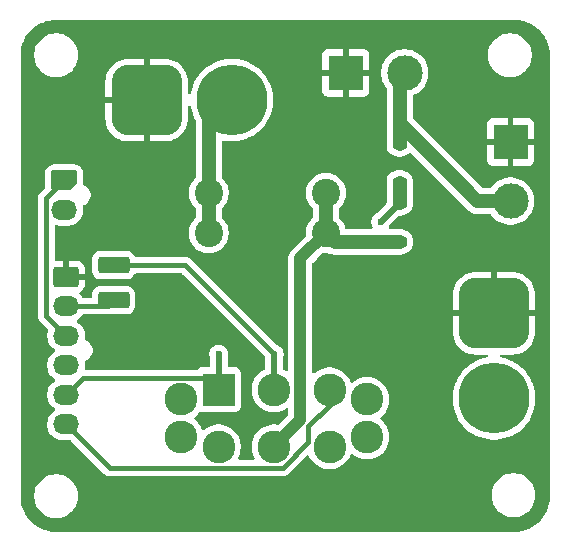
<source format=gbr>
%TF.GenerationSoftware,KiCad,Pcbnew,9.0.0*%
%TF.CreationDate,2025-10-13T23:42:02-05:00*%
%TF.ProjectId,PS-PowerSelectorPCB,50532d50-6f77-4657-9253-656c6563746f,rev?*%
%TF.SameCoordinates,Original*%
%TF.FileFunction,Copper,L2,Bot*%
%TF.FilePolarity,Positive*%
%FSLAX46Y46*%
G04 Gerber Fmt 4.6, Leading zero omitted, Abs format (unit mm)*
G04 Created by KiCad (PCBNEW 9.0.0) date 2025-10-13 23:42:02*
%MOMM*%
%LPD*%
G01*
G04 APERTURE LIST*
G04 Aperture macros list*
%AMRoundRect*
0 Rectangle with rounded corners*
0 $1 Rounding radius*
0 $2 $3 $4 $5 $6 $7 $8 $9 X,Y pos of 4 corners*
0 Add a 4 corners polygon primitive as box body*
4,1,4,$2,$3,$4,$5,$6,$7,$8,$9,$2,$3,0*
0 Add four circle primitives for the rounded corners*
1,1,$1+$1,$2,$3*
1,1,$1+$1,$4,$5*
1,1,$1+$1,$6,$7*
1,1,$1+$1,$8,$9*
0 Add four rect primitives between the rounded corners*
20,1,$1+$1,$2,$3,$4,$5,0*
20,1,$1+$1,$4,$5,$6,$7,0*
20,1,$1+$1,$6,$7,$8,$9,0*
20,1,$1+$1,$8,$9,$2,$3,0*%
%AMFreePoly0*
4,1,22,0.945671,0.830970,1.026777,0.776777,1.080970,0.695671,1.100000,0.600000,1.100000,-0.600000,1.080970,-0.695671,1.026777,-0.776777,0.945671,-0.830970,0.850000,-0.850000,-0.850000,-0.850000,-0.945671,-0.830970,-1.026777,-0.776777,-1.080970,-0.695671,-1.100000,-0.600000,-1.100000,0.200000,-1.080970,0.295671,-1.026777,0.376777,-0.626777,0.776777,-0.545671,0.830970,-0.450000,0.850000,
0.850000,0.850000,0.945671,0.830970,0.945671,0.830970,$1*%
G04 Aperture macros list end*
%TA.AperFunction,ComponentPad*%
%ADD10R,3.000000X3.000000*%
%TD*%
%TA.AperFunction,ComponentPad*%
%ADD11C,3.000000*%
%TD*%
%TA.AperFunction,ComponentPad*%
%ADD12RoundRect,1.500000X-1.500000X1.500000X-1.500000X-1.500000X1.500000X-1.500000X1.500000X1.500000X0*%
%TD*%
%TA.AperFunction,ComponentPad*%
%ADD13C,6.000000*%
%TD*%
%TA.AperFunction,ComponentPad*%
%ADD14RoundRect,1.500000X-1.500000X-1.500000X1.500000X-1.500000X1.500000X1.500000X-1.500000X1.500000X0*%
%TD*%
%TA.AperFunction,ComponentPad*%
%ADD15C,2.400000*%
%TD*%
%TA.AperFunction,ComponentPad*%
%ADD16RoundRect,0.250000X0.850000X0.600000X-0.850000X0.600000X-0.850000X-0.600000X0.850000X-0.600000X0*%
%TD*%
%TA.AperFunction,ComponentPad*%
%ADD17O,2.200000X1.700000*%
%TD*%
%TA.AperFunction,ComponentPad*%
%ADD18FreePoly0,180.000000*%
%TD*%
%TA.AperFunction,ComponentPad*%
%ADD19C,2.775000*%
%TD*%
%TA.AperFunction,ComponentPad*%
%ADD20R,2.775000X2.775000*%
%TD*%
%TA.AperFunction,SMDPad,CuDef*%
%ADD21RoundRect,0.250001X1.074999X-0.462499X1.074999X0.462499X-1.074999X0.462499X-1.074999X-0.462499X0*%
%TD*%
%TA.AperFunction,SMDPad,CuDef*%
%ADD22RoundRect,0.225000X0.375000X-0.225000X0.375000X0.225000X-0.375000X0.225000X-0.375000X-0.225000X0*%
%TD*%
%TA.AperFunction,SMDPad,CuDef*%
%ADD23RoundRect,0.225000X-0.375000X0.225000X-0.375000X-0.225000X0.375000X-0.225000X0.375000X0.225000X0*%
%TD*%
%TA.AperFunction,ViaPad*%
%ADD24C,0.600000*%
%TD*%
%TA.AperFunction,ViaPad*%
%ADD25C,0.900000*%
%TD*%
%TA.AperFunction,Conductor*%
%ADD26C,1.200000*%
%TD*%
%TA.AperFunction,Conductor*%
%ADD27C,0.400000*%
%TD*%
%TA.AperFunction,Conductor*%
%ADD28C,0.500000*%
%TD*%
%TA.AperFunction,Conductor*%
%ADD29C,1.000000*%
%TD*%
G04 APERTURE END LIST*
D10*
%TO.P,J4,1,Pin_1*%
%TO.N,LV-*%
X115900000Y-93600000D03*
D11*
%TO.P,J4,2,Pin_2*%
%TO.N,PS+*%
X115900000Y-98600000D03*
%TD*%
D12*
%TO.P,J3,1,Pin_1*%
%TO.N,LV-*%
X114500000Y-108100000D03*
D13*
%TO.P,J3,2,Pin_2*%
%TO.N,SuppChargerOut+*%
X114500000Y-115300000D03*
%TD*%
%TO.P,J1,2,Pin_2*%
%TO.N,SuppChargerIn+*%
X92300000Y-90050000D03*
D14*
%TO.P,J1,1,Pin_1*%
%TO.N,LV-*%
X85100000Y-90050000D03*
%TD*%
D11*
%TO.P,J2,2,Pin_2*%
%TO.N,PS+*%
X106950000Y-87750000D03*
D10*
%TO.P,J2,1,Pin_1*%
%TO.N,LV-*%
X101950000Y-87750000D03*
%TD*%
D15*
%TO.P,F1,4*%
%TO.N,/SC_Fused*%
X100260000Y-101300000D03*
%TO.P,F1,3*%
%TO.N,SuppChargerIn+*%
X90340000Y-101300000D03*
%TO.P,F1,2*%
%TO.N,/SC_Fused*%
X100260000Y-97900000D03*
%TO.P,F1,1*%
%TO.N,SuppChargerIn+*%
X90340000Y-97900000D03*
%TD*%
D16*
%TO.P,J5,1,Pin_1*%
%TO.N,LV-*%
X78270000Y-105000000D03*
D17*
%TO.P,J5,2,Pin_2*%
%TO.N,/LV_EN_IN*%
X78270000Y-107500000D03*
%TO.P,J5,3,Pin_3*%
%TO.N,/HV_LO+*%
X78270000Y-110000000D03*
%TO.P,J5,4,Pin_4*%
%TO.N,/HV_LO-*%
X78270000Y-112500000D03*
%TO.P,J5,5,Pin_5*%
%TO.N,/LV_EN_SUPP*%
X78270000Y-115000000D03*
%TO.P,J5,6,Pin_6*%
%TO.N,/LV_EN_PS*%
X78270000Y-117500000D03*
%TD*%
D18*
%TO.P,J6,1,Pin_1*%
%TO.N,/HV_LO+*%
X78100000Y-96850000D03*
D17*
%TO.P,J6,2,Pin_2*%
%TO.N,/HV_LO-*%
X78100000Y-99350000D03*
%TD*%
D19*
%TO.P,SW1,*%
%TO.N,*%
X88000000Y-115395000D03*
X88000000Y-118575000D03*
X103750000Y-115395000D03*
X103750000Y-118575000D03*
D20*
%TO.P,SW1,1,A*%
%TO.N,/LV_EN_SUPP*%
X91175000Y-114570000D03*
D19*
%TO.P,SW1,2,B*%
%TO.N,/LV_EN_FUSED*%
X95875000Y-114570000D03*
%TO.P,SW1,3,C*%
%TO.N,/LV_EN_PS*%
X100575000Y-114570000D03*
%TO.P,SW1,4,A*%
%TO.N,unconnected-(SW1B-A-Pad4)*%
X91175000Y-119400000D03*
%TO.P,SW1,5,B*%
%TO.N,/SC_Fused*%
X95875000Y-119400000D03*
%TO.P,SW1,6,C*%
%TO.N,SuppChargerOut+*%
X100575000Y-119400000D03*
%TD*%
D21*
%TO.P,F2,1*%
%TO.N,/LV_EN_IN*%
X82300000Y-106987500D03*
%TO.P,F2,2*%
%TO.N,/LV_EN_FUSED*%
X82300000Y-104012500D03*
%TD*%
D22*
%TO.P,D6,1,K*%
%TO.N,/LED+*%
X106500000Y-97050000D03*
%TO.P,D6,2,A*%
%TO.N,PS+*%
X106500000Y-93750000D03*
%TD*%
D23*
%TO.P,D7,1,K*%
%TO.N,/LED+*%
X106500000Y-98750000D03*
%TO.P,D7,2,A*%
%TO.N,/SC_Fused*%
X106500000Y-102050000D03*
%TD*%
D24*
%TO.N,/LED+*%
X104900000Y-100350000D03*
%TO.N,/LV_EN_FUSED*%
X95900000Y-111550000D03*
D25*
%TO.N,LV-*%
X106900000Y-109525000D03*
X86237500Y-109512500D03*
D24*
%TO.N,/LV_EN_SUPP*%
X91200000Y-111550000D03*
%TD*%
D26*
%TO.N,PS+*%
X106500000Y-93750000D02*
X106500000Y-92000000D01*
X115900000Y-98600000D02*
X113100000Y-98600000D01*
X113100000Y-98600000D02*
X106500000Y-92000000D01*
D27*
%TO.N,/HV_LO+*%
X78100000Y-96850000D02*
X76599000Y-98351000D01*
X76599000Y-98351000D02*
X76599000Y-108329000D01*
X76599000Y-108329000D02*
X78270000Y-110000000D01*
%TO.N,/LV_EN_FUSED*%
X82300000Y-104012500D02*
X88362500Y-104012500D01*
X88362500Y-104012500D02*
X95900000Y-111550000D01*
%TO.N,/LV_EN_PS*%
X78270000Y-117500000D02*
X81958500Y-121188500D01*
X81958500Y-121188500D02*
X96615821Y-121188500D01*
X96615821Y-121188500D02*
X98786500Y-119017821D01*
X98786500Y-117687706D02*
X100575000Y-115899206D01*
X98786500Y-119017821D02*
X98786500Y-117687706D01*
X100575000Y-115899206D02*
X100575000Y-114570000D01*
%TO.N,/LV_EN_SUPP*%
X78270000Y-115000000D02*
X79663500Y-113606500D01*
X79663500Y-113606500D02*
X90211500Y-113606500D01*
X90211500Y-113606500D02*
X91175000Y-114570000D01*
%TO.N,/LV_EN_IN*%
X78270000Y-107500000D02*
X81787500Y-107500000D01*
X81787500Y-107500000D02*
X82300000Y-106987500D01*
D26*
%TO.N,SuppChargerIn+*%
X90340000Y-101300000D02*
X90340000Y-97900000D01*
%TO.N,/LED+*%
X106500000Y-97050000D02*
X106500000Y-98750000D01*
D28*
X104900000Y-100350000D02*
X106500000Y-98750000D01*
D29*
%TO.N,/SC_Fused*%
X98100000Y-103460000D02*
X100260000Y-101300000D01*
X95800000Y-119400000D02*
X98100000Y-117100000D01*
X98100000Y-117100000D02*
X98100000Y-103460000D01*
D26*
X100260000Y-97900000D02*
X100260000Y-101300000D01*
X106500000Y-102050000D02*
X101010000Y-102050000D01*
X101010000Y-102050000D02*
X100260000Y-101300000D01*
D28*
%TO.N,/LV_EN_FUSED*%
X95900000Y-114570000D02*
X95900000Y-111550000D01*
%TO.N,/LV_EN_SUPP*%
X91200000Y-114570000D02*
X91200000Y-111550000D01*
D26*
%TO.N,PS+*%
X106500000Y-92000000D02*
X106500000Y-88200000D01*
X106500000Y-88200000D02*
X106950000Y-87750000D01*
%TO.N,SuppChargerIn+*%
X90340000Y-92010000D02*
X92300000Y-90050000D01*
X90340000Y-97900000D02*
X90340000Y-92010000D01*
%TD*%
%TA.AperFunction,Conductor*%
%TO.N,LV-*%
G36*
X116228244Y-83250670D02*
G01*
X116532046Y-83266592D01*
X116544953Y-83267949D01*
X116676089Y-83288718D01*
X116842209Y-83315028D01*
X116854896Y-83317724D01*
X117145625Y-83395625D01*
X117157965Y-83399635D01*
X117438938Y-83507490D01*
X117450790Y-83512767D01*
X117718968Y-83649411D01*
X117730199Y-83655896D01*
X117982608Y-83819812D01*
X117993109Y-83827441D01*
X118227010Y-84016850D01*
X118236655Y-84025535D01*
X118449464Y-84238344D01*
X118458149Y-84247989D01*
X118647558Y-84481890D01*
X118655187Y-84492391D01*
X118819101Y-84744796D01*
X118825591Y-84756036D01*
X118962231Y-85024206D01*
X118967510Y-85036064D01*
X119075363Y-85317033D01*
X119079374Y-85329376D01*
X119157273Y-85620097D01*
X119159971Y-85632794D01*
X119207050Y-85930046D01*
X119208407Y-85942953D01*
X119224330Y-86246756D01*
X119224500Y-86253246D01*
X119224500Y-123596753D01*
X119224330Y-123603243D01*
X119208407Y-123907046D01*
X119207050Y-123919953D01*
X119159971Y-124217205D01*
X119157273Y-124229902D01*
X119079374Y-124520623D01*
X119075363Y-124532966D01*
X118967510Y-124813935D01*
X118962231Y-124825793D01*
X118825591Y-125093963D01*
X118819101Y-125105203D01*
X118655187Y-125357608D01*
X118647558Y-125368109D01*
X118458149Y-125602010D01*
X118449464Y-125611655D01*
X118236655Y-125824464D01*
X118227010Y-125833149D01*
X117993109Y-126022558D01*
X117982608Y-126030187D01*
X117730203Y-126194101D01*
X117718963Y-126200591D01*
X117450793Y-126337231D01*
X117438935Y-126342510D01*
X117157966Y-126450363D01*
X117145623Y-126454374D01*
X116854902Y-126532273D01*
X116842205Y-126534971D01*
X116544953Y-126582050D01*
X116532046Y-126583407D01*
X116228244Y-126599330D01*
X116221754Y-126599500D01*
X77428246Y-126599500D01*
X77421756Y-126599330D01*
X77117953Y-126583407D01*
X77105046Y-126582050D01*
X76807794Y-126534971D01*
X76795097Y-126532273D01*
X76504376Y-126454374D01*
X76492033Y-126450363D01*
X76211064Y-126342510D01*
X76199206Y-126337231D01*
X75931036Y-126200591D01*
X75919796Y-126194101D01*
X75667391Y-126030187D01*
X75656890Y-126022558D01*
X75422989Y-125833149D01*
X75413344Y-125824464D01*
X75200535Y-125611655D01*
X75191850Y-125602010D01*
X75002441Y-125368109D01*
X74994812Y-125357608D01*
X74977566Y-125331052D01*
X74830896Y-125105199D01*
X74824408Y-125093963D01*
X74760871Y-124969266D01*
X74687767Y-124825790D01*
X74682489Y-124813935D01*
X74574636Y-124532966D01*
X74570625Y-124520623D01*
X74492726Y-124229902D01*
X74490028Y-124217205D01*
X74482726Y-124171104D01*
X74442949Y-123919953D01*
X74441592Y-123907046D01*
X74425670Y-123603243D01*
X74425500Y-123596753D01*
X74425500Y-123453711D01*
X75574500Y-123453711D01*
X75574500Y-123696288D01*
X75606161Y-123936785D01*
X75668947Y-124171104D01*
X75730707Y-124320205D01*
X75761776Y-124395212D01*
X75883064Y-124605289D01*
X75883066Y-124605292D01*
X75883067Y-124605293D01*
X76030733Y-124797736D01*
X76030739Y-124797743D01*
X76202256Y-124969260D01*
X76202262Y-124969265D01*
X76394711Y-125116936D01*
X76604788Y-125238224D01*
X76828900Y-125331054D01*
X77063211Y-125393838D01*
X77243586Y-125417584D01*
X77303711Y-125425500D01*
X77303712Y-125425500D01*
X77546289Y-125425500D01*
X77594388Y-125419167D01*
X77786789Y-125393838D01*
X78021100Y-125331054D01*
X78245212Y-125238224D01*
X78455289Y-125116936D01*
X78647738Y-124969265D01*
X78819265Y-124797738D01*
X78966936Y-124605289D01*
X79088224Y-124395212D01*
X79181054Y-124171100D01*
X79243838Y-123936789D01*
X79275500Y-123696288D01*
X79275500Y-123453712D01*
X79275500Y-123453710D01*
X79267223Y-123390837D01*
X79265627Y-123378711D01*
X114299500Y-123378711D01*
X114299500Y-123621288D01*
X114331161Y-123861785D01*
X114393947Y-124096104D01*
X114444109Y-124217205D01*
X114486776Y-124320212D01*
X114608064Y-124530289D01*
X114608066Y-124530292D01*
X114608067Y-124530293D01*
X114755733Y-124722736D01*
X114755739Y-124722743D01*
X114927256Y-124894260D01*
X114927262Y-124894265D01*
X115119711Y-125041936D01*
X115329788Y-125163224D01*
X115553900Y-125256054D01*
X115788211Y-125318838D01*
X115968586Y-125342584D01*
X116028711Y-125350500D01*
X116028712Y-125350500D01*
X116271289Y-125350500D01*
X116319388Y-125344167D01*
X116511789Y-125318838D01*
X116746100Y-125256054D01*
X116970212Y-125163224D01*
X117180289Y-125041936D01*
X117372738Y-124894265D01*
X117544265Y-124722738D01*
X117691936Y-124530289D01*
X117813224Y-124320212D01*
X117906054Y-124096100D01*
X117968838Y-123861789D01*
X118000500Y-123621288D01*
X118000500Y-123378712D01*
X117968838Y-123138211D01*
X117906054Y-122903900D01*
X117813224Y-122679788D01*
X117691936Y-122469711D01*
X117544265Y-122277262D01*
X117544260Y-122277256D01*
X117372743Y-122105739D01*
X117372736Y-122105733D01*
X117180293Y-121958067D01*
X117180292Y-121958066D01*
X117180289Y-121958064D01*
X116970212Y-121836776D01*
X116927169Y-121818947D01*
X116746104Y-121743947D01*
X116511785Y-121681161D01*
X116271289Y-121649500D01*
X116271288Y-121649500D01*
X116028712Y-121649500D01*
X116028711Y-121649500D01*
X115788214Y-121681161D01*
X115553895Y-121743947D01*
X115329794Y-121836773D01*
X115329785Y-121836777D01*
X115119706Y-121958067D01*
X114927263Y-122105733D01*
X114927256Y-122105739D01*
X114755739Y-122277256D01*
X114755733Y-122277263D01*
X114608067Y-122469706D01*
X114486777Y-122679785D01*
X114486773Y-122679794D01*
X114393947Y-122903895D01*
X114331161Y-123138214D01*
X114299500Y-123378711D01*
X79265627Y-123378711D01*
X79243838Y-123213214D01*
X79243838Y-123213211D01*
X79181054Y-122978900D01*
X79088224Y-122754788D01*
X78966936Y-122544711D01*
X78819265Y-122352262D01*
X78819260Y-122352256D01*
X78647743Y-122180739D01*
X78647736Y-122180733D01*
X78455293Y-122033067D01*
X78455292Y-122033066D01*
X78455289Y-122033064D01*
X78245212Y-121911776D01*
X78190226Y-121889000D01*
X78021104Y-121818947D01*
X77786785Y-121756161D01*
X77546289Y-121724500D01*
X77546288Y-121724500D01*
X77303712Y-121724500D01*
X77303711Y-121724500D01*
X77063214Y-121756161D01*
X76828895Y-121818947D01*
X76604794Y-121911773D01*
X76604785Y-121911777D01*
X76394706Y-122033067D01*
X76202263Y-122180733D01*
X76202256Y-122180739D01*
X76030739Y-122352256D01*
X76030733Y-122352263D01*
X75883067Y-122544706D01*
X75761777Y-122754785D01*
X75761773Y-122754794D01*
X75668947Y-122978895D01*
X75606161Y-123213214D01*
X75574500Y-123453711D01*
X74425500Y-123453711D01*
X74425500Y-108397996D01*
X75898499Y-108397996D01*
X75925418Y-108533322D01*
X75925421Y-108533332D01*
X75978222Y-108660807D01*
X76054887Y-108775545D01*
X76054888Y-108775546D01*
X76712868Y-109433525D01*
X76746353Y-109494848D01*
X76743118Y-109559523D01*
X76702754Y-109683753D01*
X76685092Y-109795269D01*
X76669500Y-109893713D01*
X76669500Y-110106287D01*
X76702754Y-110316243D01*
X76740677Y-110432958D01*
X76768444Y-110518414D01*
X76864951Y-110707820D01*
X76989890Y-110879786D01*
X77140209Y-111030105D01*
X77140214Y-111030109D01*
X77304793Y-111149682D01*
X77347459Y-111205011D01*
X77353438Y-111274625D01*
X77320833Y-111336420D01*
X77304793Y-111350318D01*
X77140214Y-111469890D01*
X77140209Y-111469894D01*
X76989890Y-111620213D01*
X76864951Y-111792179D01*
X76768444Y-111981585D01*
X76702753Y-112183760D01*
X76669500Y-112393713D01*
X76669500Y-112606286D01*
X76701945Y-112811139D01*
X76702754Y-112816243D01*
X76761428Y-112996823D01*
X76768444Y-113018414D01*
X76864951Y-113207820D01*
X76989890Y-113379786D01*
X77140209Y-113530105D01*
X77140214Y-113530109D01*
X77304793Y-113649682D01*
X77347459Y-113705011D01*
X77353438Y-113774625D01*
X77320833Y-113836420D01*
X77304793Y-113850318D01*
X77140214Y-113969890D01*
X77140209Y-113969894D01*
X76989890Y-114120213D01*
X76864951Y-114292179D01*
X76768444Y-114481585D01*
X76702753Y-114683760D01*
X76701170Y-114693756D01*
X76669500Y-114893713D01*
X76669500Y-115106287D01*
X76675025Y-115141172D01*
X76695626Y-115271243D01*
X76702754Y-115316243D01*
X76753351Y-115471965D01*
X76768444Y-115518414D01*
X76864951Y-115707820D01*
X76989890Y-115879786D01*
X77140209Y-116030105D01*
X77140214Y-116030109D01*
X77304793Y-116149682D01*
X77347459Y-116205011D01*
X77353438Y-116274625D01*
X77320833Y-116336420D01*
X77304793Y-116350318D01*
X77140214Y-116469890D01*
X77140209Y-116469894D01*
X76989890Y-116620213D01*
X76864951Y-116792179D01*
X76768444Y-116981585D01*
X76702753Y-117183760D01*
X76679708Y-117329262D01*
X76669500Y-117393713D01*
X76669500Y-117606287D01*
X76676998Y-117653627D01*
X76690388Y-117738171D01*
X76702754Y-117816243D01*
X76751668Y-117966785D01*
X76768444Y-118018414D01*
X76864951Y-118207820D01*
X76989890Y-118379786D01*
X77140213Y-118530109D01*
X77312179Y-118655048D01*
X77312181Y-118655049D01*
X77312184Y-118655051D01*
X77501588Y-118751557D01*
X77703757Y-118817246D01*
X77913713Y-118850500D01*
X77913714Y-118850500D01*
X78578481Y-118850500D01*
X78645520Y-118870185D01*
X78666162Y-118886819D01*
X81511953Y-121732611D01*
X81511954Y-121732612D01*
X81626692Y-121809277D01*
X81754167Y-121862078D01*
X81754172Y-121862080D01*
X81754176Y-121862080D01*
X81754177Y-121862081D01*
X81889503Y-121889000D01*
X81889506Y-121889000D01*
X96684817Y-121889000D01*
X96775861Y-121870889D01*
X96820149Y-121862080D01*
X96924282Y-121818947D01*
X96947628Y-121809277D01*
X96947629Y-121809276D01*
X96947632Y-121809275D01*
X97062364Y-121732614D01*
X98653144Y-120141832D01*
X98714465Y-120108349D01*
X98784156Y-120113333D01*
X98840090Y-120155204D01*
X98855382Y-120182057D01*
X98878071Y-120236833D01*
X98878074Y-120236838D01*
X98878076Y-120236843D01*
X99001812Y-120451159D01*
X99001823Y-120451175D01*
X99152479Y-120647514D01*
X99152485Y-120647521D01*
X99327478Y-120822514D01*
X99327484Y-120822519D01*
X99523833Y-120973183D01*
X99523840Y-120973187D01*
X99738159Y-121096925D01*
X99738164Y-121096927D01*
X99738167Y-121096929D01*
X99966820Y-121191640D01*
X100205879Y-121255696D01*
X100451254Y-121288000D01*
X100451261Y-121288000D01*
X100698739Y-121288000D01*
X100698746Y-121288000D01*
X100944121Y-121255696D01*
X101183180Y-121191640D01*
X101411833Y-121096929D01*
X101626167Y-120973183D01*
X101822516Y-120822519D01*
X101997519Y-120647516D01*
X102148183Y-120451167D01*
X102271929Y-120236833D01*
X102340912Y-120070292D01*
X102384753Y-120015889D01*
X102451047Y-119993824D01*
X102518746Y-120011103D01*
X102530959Y-120019369D01*
X102597325Y-120070293D01*
X102698833Y-120148183D01*
X102698840Y-120148187D01*
X102913159Y-120271925D01*
X102913164Y-120271927D01*
X102913167Y-120271929D01*
X103141820Y-120366640D01*
X103380879Y-120430696D01*
X103626254Y-120463000D01*
X103626261Y-120463000D01*
X103873739Y-120463000D01*
X103873746Y-120463000D01*
X104119121Y-120430696D01*
X104358180Y-120366640D01*
X104586833Y-120271929D01*
X104801167Y-120148183D01*
X104997516Y-119997519D01*
X105172519Y-119822516D01*
X105323183Y-119626167D01*
X105446929Y-119411833D01*
X105541640Y-119183180D01*
X105605696Y-118944121D01*
X105638000Y-118698746D01*
X105638000Y-118451254D01*
X105605696Y-118205879D01*
X105541640Y-117966820D01*
X105446929Y-117738167D01*
X105446927Y-117738164D01*
X105446925Y-117738159D01*
X105323187Y-117523840D01*
X105323183Y-117523833D01*
X105218774Y-117387765D01*
X105172520Y-117327485D01*
X105172514Y-117327478D01*
X104997521Y-117152485D01*
X104997514Y-117152479D01*
X104907457Y-117083376D01*
X104866254Y-117026948D01*
X104862099Y-116957202D01*
X104896311Y-116896282D01*
X104907457Y-116886624D01*
X104935902Y-116864796D01*
X104997516Y-116817519D01*
X105172519Y-116642516D01*
X105323183Y-116446167D01*
X105446929Y-116231833D01*
X105541640Y-116003180D01*
X105605696Y-115764121D01*
X105638000Y-115518746D01*
X105638000Y-115271254D01*
X105619144Y-115128031D01*
X110999500Y-115128031D01*
X110999500Y-115471969D01*
X111004107Y-115518746D01*
X111033210Y-115814249D01*
X111100308Y-116151572D01*
X111200150Y-116480706D01*
X111331770Y-116798464D01*
X111331772Y-116798469D01*
X111493893Y-117101775D01*
X111493904Y-117101793D01*
X111684975Y-117387751D01*
X111684985Y-117387765D01*
X111903176Y-117653632D01*
X112146367Y-117896823D01*
X112146372Y-117896827D01*
X112146373Y-117896828D01*
X112412240Y-118115019D01*
X112698213Y-118306100D01*
X112698222Y-118306105D01*
X112698224Y-118306106D01*
X113001530Y-118468227D01*
X113001532Y-118468227D01*
X113001538Y-118468231D01*
X113319295Y-118599850D01*
X113648422Y-118699690D01*
X113985750Y-118766789D01*
X114328031Y-118800500D01*
X114328034Y-118800500D01*
X114671966Y-118800500D01*
X114671969Y-118800500D01*
X115014250Y-118766789D01*
X115351578Y-118699690D01*
X115680705Y-118599850D01*
X115998462Y-118468231D01*
X116301787Y-118306100D01*
X116587760Y-118115019D01*
X116853627Y-117896828D01*
X117096828Y-117653627D01*
X117315019Y-117387760D01*
X117506100Y-117101787D01*
X117668231Y-116798462D01*
X117799850Y-116480705D01*
X117899690Y-116151578D01*
X117966789Y-115814250D01*
X118000500Y-115471969D01*
X118000500Y-115128031D01*
X117966789Y-114785750D01*
X117899690Y-114448422D01*
X117799850Y-114119295D01*
X117668231Y-113801538D01*
X117640683Y-113750000D01*
X117506106Y-113498224D01*
X117506105Y-113498222D01*
X117506100Y-113498213D01*
X117315019Y-113212240D01*
X117096828Y-112946373D01*
X117096827Y-112946372D01*
X117096823Y-112946367D01*
X116853632Y-112703176D01*
X116587765Y-112484985D01*
X116587764Y-112484984D01*
X116587760Y-112484981D01*
X116301787Y-112293900D01*
X116301782Y-112293897D01*
X116301775Y-112293893D01*
X115998469Y-112131772D01*
X115998464Y-112131770D01*
X115986057Y-112126631D01*
X115796257Y-112048013D01*
X115680706Y-112000150D01*
X115351572Y-111900308D01*
X115076620Y-111845617D01*
X115014709Y-111813232D01*
X114980135Y-111752516D01*
X114983874Y-111682747D01*
X115024741Y-111626075D01*
X115089759Y-111600494D01*
X115100811Y-111600000D01*
X116071434Y-111600000D01*
X116071436Y-111599999D01*
X116285362Y-111584699D01*
X116564895Y-111523890D01*
X116832958Y-111423908D01*
X117084038Y-111286808D01*
X117084039Y-111286807D01*
X117313065Y-111115360D01*
X117313077Y-111115350D01*
X117515350Y-110913077D01*
X117515360Y-110913065D01*
X117686807Y-110684039D01*
X117686808Y-110684038D01*
X117823908Y-110432958D01*
X117923890Y-110164895D01*
X117984699Y-109885362D01*
X117999999Y-109671436D01*
X118000000Y-109671434D01*
X118000000Y-108350000D01*
X116736502Y-108350000D01*
X116750000Y-108247473D01*
X116750000Y-107952527D01*
X116736502Y-107850000D01*
X118000000Y-107850000D01*
X118000000Y-106528566D01*
X117999999Y-106528563D01*
X117984699Y-106314637D01*
X117923890Y-106035104D01*
X117823908Y-105767041D01*
X117686808Y-105515961D01*
X117686807Y-105515960D01*
X117515360Y-105286934D01*
X117515350Y-105286922D01*
X117313077Y-105084649D01*
X117313065Y-105084639D01*
X117084039Y-104913192D01*
X117084038Y-104913191D01*
X116832957Y-104776091D01*
X116832958Y-104776091D01*
X116564895Y-104676109D01*
X116285362Y-104615300D01*
X116071436Y-104600000D01*
X114750000Y-104600000D01*
X114750000Y-105863497D01*
X114647473Y-105850000D01*
X114352527Y-105850000D01*
X114250000Y-105863497D01*
X114250000Y-104600000D01*
X112928563Y-104600000D01*
X112714637Y-104615300D01*
X112435104Y-104676109D01*
X112167041Y-104776091D01*
X111915961Y-104913191D01*
X111915960Y-104913192D01*
X111686934Y-105084639D01*
X111686922Y-105084649D01*
X111484649Y-105286922D01*
X111484639Y-105286934D01*
X111313192Y-105515960D01*
X111313191Y-105515961D01*
X111176091Y-105767041D01*
X111076109Y-106035104D01*
X111015300Y-106314637D01*
X111000000Y-106528563D01*
X111000000Y-107850000D01*
X112263498Y-107850000D01*
X112250000Y-107952527D01*
X112250000Y-108247473D01*
X112263498Y-108350000D01*
X111000000Y-108350000D01*
X111000000Y-109671436D01*
X111015300Y-109885362D01*
X111076109Y-110164895D01*
X111176091Y-110432958D01*
X111313191Y-110684038D01*
X111313192Y-110684039D01*
X111484639Y-110913065D01*
X111484649Y-110913077D01*
X111686922Y-111115350D01*
X111686934Y-111115360D01*
X111915960Y-111286807D01*
X111915961Y-111286808D01*
X112167042Y-111423908D01*
X112167041Y-111423908D01*
X112435104Y-111523890D01*
X112714637Y-111584699D01*
X112928563Y-111599999D01*
X112928566Y-111600000D01*
X113899189Y-111600000D01*
X113966228Y-111619685D01*
X114011983Y-111672489D01*
X114021927Y-111741647D01*
X113992902Y-111805203D01*
X113934124Y-111842977D01*
X113923380Y-111845617D01*
X113648427Y-111900308D01*
X113319293Y-112000150D01*
X113001535Y-112131770D01*
X113001530Y-112131772D01*
X112698224Y-112293893D01*
X112698206Y-112293904D01*
X112412248Y-112484975D01*
X112412234Y-112484985D01*
X112146367Y-112703176D01*
X111903176Y-112946367D01*
X111684985Y-113212234D01*
X111684975Y-113212248D01*
X111493904Y-113498206D01*
X111493893Y-113498224D01*
X111331772Y-113801530D01*
X111331770Y-113801535D01*
X111200150Y-114119293D01*
X111100308Y-114448427D01*
X111033210Y-114785750D01*
X111007188Y-115049966D01*
X110999500Y-115128031D01*
X105619144Y-115128031D01*
X105605696Y-115025882D01*
X105605696Y-115025879D01*
X105541640Y-114786820D01*
X105446929Y-114558167D01*
X105446927Y-114558164D01*
X105446925Y-114558159D01*
X105323187Y-114343840D01*
X105323183Y-114343833D01*
X105213493Y-114200882D01*
X105172520Y-114147485D01*
X105172514Y-114147478D01*
X104997521Y-113972485D01*
X104997514Y-113972479D01*
X104801175Y-113821823D01*
X104801173Y-113821821D01*
X104801167Y-113821817D01*
X104801162Y-113821814D01*
X104801159Y-113821812D01*
X104586840Y-113698074D01*
X104586829Y-113698069D01*
X104358184Y-113603361D01*
X104119117Y-113539303D01*
X103873756Y-113507001D01*
X103873751Y-113507000D01*
X103873746Y-113507000D01*
X103626254Y-113507000D01*
X103626248Y-113507000D01*
X103626243Y-113507001D01*
X103380882Y-113539303D01*
X103141815Y-113603361D01*
X102913170Y-113698069D01*
X102913159Y-113698074D01*
X102698840Y-113821812D01*
X102698824Y-113821823D01*
X102530959Y-113950630D01*
X102465790Y-113975824D01*
X102397345Y-113961785D01*
X102347355Y-113912971D01*
X102340912Y-113899707D01*
X102320454Y-113850318D01*
X102271929Y-113733167D01*
X102271927Y-113733164D01*
X102271925Y-113733159D01*
X102148187Y-113518840D01*
X102148183Y-113518833D01*
X102041493Y-113379792D01*
X101997520Y-113322485D01*
X101997514Y-113322478D01*
X101822521Y-113147485D01*
X101822514Y-113147479D01*
X101626175Y-112996823D01*
X101626173Y-112996821D01*
X101626167Y-112996817D01*
X101626162Y-112996814D01*
X101626159Y-112996812D01*
X101411840Y-112873074D01*
X101411829Y-112873069D01*
X101183184Y-112778361D01*
X100944117Y-112714303D01*
X100698756Y-112682001D01*
X100698751Y-112682000D01*
X100698746Y-112682000D01*
X100451254Y-112682000D01*
X100451248Y-112682000D01*
X100451243Y-112682001D01*
X100205882Y-112714303D01*
X99966815Y-112778361D01*
X99738170Y-112873069D01*
X99738159Y-112873074D01*
X99523840Y-112996812D01*
X99523824Y-112996823D01*
X99327485Y-113147479D01*
X99327478Y-113147485D01*
X99312181Y-113162783D01*
X99250858Y-113196268D01*
X99181166Y-113191284D01*
X99125233Y-113149412D01*
X99100816Y-113083948D01*
X99100500Y-113075102D01*
X99100500Y-103925782D01*
X99120185Y-103858743D01*
X99136819Y-103838101D01*
X99506534Y-103468386D01*
X99951439Y-103023480D01*
X100012760Y-102989997D01*
X100055299Y-102988224D01*
X100142415Y-102999693D01*
X100148527Y-103000498D01*
X100148543Y-103000500D01*
X100148550Y-103000500D01*
X100371450Y-103000500D01*
X100371457Y-103000500D01*
X100396812Y-102997161D01*
X100465843Y-103007925D01*
X100469255Y-103009596D01*
X100536355Y-103043786D01*
X100587549Y-103069871D01*
X100587551Y-103069871D01*
X100587554Y-103069873D01*
X100752299Y-103123402D01*
X100923389Y-103150500D01*
X100923390Y-103150500D01*
X106586610Y-103150500D01*
X106586611Y-103150500D01*
X106757701Y-103123402D01*
X106922445Y-103069873D01*
X107076788Y-102991232D01*
X107108781Y-102967987D01*
X107142657Y-102950601D01*
X107183697Y-102937003D01*
X107328044Y-102847968D01*
X107447968Y-102728044D01*
X107537003Y-102583697D01*
X107590349Y-102422708D01*
X107600500Y-102323345D01*
X107600500Y-102053726D01*
X107600500Y-101963389D01*
X107600500Y-101957276D01*
X107600499Y-101957254D01*
X107600499Y-101776662D01*
X107600498Y-101776644D01*
X107590349Y-101677292D01*
X107590348Y-101677289D01*
X107575494Y-101632463D01*
X107537003Y-101516303D01*
X107536999Y-101516297D01*
X107536998Y-101516294D01*
X107447970Y-101371959D01*
X107447967Y-101371955D01*
X107328043Y-101252031D01*
X107183702Y-101162999D01*
X107183697Y-101162997D01*
X107183691Y-101162995D01*
X107142658Y-101149397D01*
X107108780Y-101132011D01*
X107076790Y-101108769D01*
X106922447Y-101030128D01*
X106922446Y-101030127D01*
X106922445Y-101030127D01*
X106757701Y-100976598D01*
X106757699Y-100976597D01*
X106757698Y-100976597D01*
X106626271Y-100955781D01*
X106586611Y-100949500D01*
X106586610Y-100949500D01*
X105694168Y-100949500D01*
X105689796Y-100948216D01*
X105685344Y-100949186D01*
X105656576Y-100938461D01*
X105627129Y-100929815D01*
X105624145Y-100926372D01*
X105619875Y-100924780D01*
X105601471Y-100900204D01*
X105581374Y-100877011D01*
X105580725Y-100872501D01*
X105577994Y-100868854D01*
X105575798Y-100838235D01*
X105571430Y-100807853D01*
X105573231Y-100802437D01*
X105572997Y-100799163D01*
X105579116Y-100784751D01*
X105585325Y-100766092D01*
X105587981Y-100761225D01*
X105609394Y-100729179D01*
X105621734Y-100699384D01*
X105624910Y-100693567D01*
X105631758Y-100686715D01*
X105646069Y-100665297D01*
X106424549Y-99886819D01*
X106485872Y-99853334D01*
X106512230Y-99850500D01*
X106586610Y-99850500D01*
X106586611Y-99850500D01*
X106757701Y-99823402D01*
X106922445Y-99769873D01*
X107076788Y-99691232D01*
X107108781Y-99667987D01*
X107142657Y-99650601D01*
X107183697Y-99637003D01*
X107328044Y-99547968D01*
X107447968Y-99428044D01*
X107537003Y-99283697D01*
X107590349Y-99122708D01*
X107600500Y-99023345D01*
X107600500Y-98773212D01*
X107600500Y-96963389D01*
X107600500Y-96957276D01*
X107600499Y-96957254D01*
X107600499Y-96776662D01*
X107600498Y-96776644D01*
X107590349Y-96677292D01*
X107590348Y-96677289D01*
X107575323Y-96631947D01*
X107537003Y-96516303D01*
X107536999Y-96516297D01*
X107536998Y-96516294D01*
X107447970Y-96371959D01*
X107447967Y-96371955D01*
X107328043Y-96252031D01*
X107183702Y-96162999D01*
X107183697Y-96162997D01*
X107183691Y-96162995D01*
X107142658Y-96149397D01*
X107108780Y-96132011D01*
X107076790Y-96108769D01*
X106922447Y-96030128D01*
X106922446Y-96030127D01*
X106922445Y-96030127D01*
X106757701Y-95976598D01*
X106757699Y-95976597D01*
X106757698Y-95976597D01*
X106626271Y-95955781D01*
X106586611Y-95949500D01*
X106413389Y-95949500D01*
X106373728Y-95955781D01*
X106242302Y-95976597D01*
X106077552Y-96030128D01*
X105923210Y-96108769D01*
X105891216Y-96132013D01*
X105857340Y-96149397D01*
X105816304Y-96162995D01*
X105816303Y-96162996D01*
X105671956Y-96252031D01*
X105552032Y-96371955D01*
X105552029Y-96371959D01*
X105463001Y-96516294D01*
X105462996Y-96516305D01*
X105409651Y-96677290D01*
X105399500Y-96776647D01*
X105399500Y-98737769D01*
X105379815Y-98804808D01*
X105363181Y-98825450D01*
X104584703Y-99603927D01*
X104544480Y-99630805D01*
X104520819Y-99640606D01*
X104520818Y-99640607D01*
X104389715Y-99728207D01*
X104389707Y-99728213D01*
X104278213Y-99839707D01*
X104278210Y-99839711D01*
X104190609Y-99970814D01*
X104190602Y-99970827D01*
X104130264Y-100116498D01*
X104130261Y-100116510D01*
X104099500Y-100271153D01*
X104099500Y-100428846D01*
X104130261Y-100583489D01*
X104130264Y-100583501D01*
X104190602Y-100729172D01*
X104190610Y-100729187D01*
X104208933Y-100756608D01*
X104229812Y-100823285D01*
X104211328Y-100890666D01*
X104159350Y-100937356D01*
X104105832Y-100949500D01*
X102021720Y-100949500D01*
X101954681Y-100929815D01*
X101908926Y-100877011D01*
X101901945Y-100857594D01*
X101892752Y-100823285D01*
X101873710Y-100752219D01*
X101788405Y-100546274D01*
X101676948Y-100353226D01*
X101541247Y-100176376D01*
X101541242Y-100176370D01*
X101396819Y-100031947D01*
X101363334Y-99970624D01*
X101360500Y-99944266D01*
X101360500Y-99255733D01*
X101380185Y-99188694D01*
X101396814Y-99168056D01*
X101541247Y-99023624D01*
X101676948Y-98846774D01*
X101788405Y-98653726D01*
X101873710Y-98447781D01*
X101931404Y-98232463D01*
X101960500Y-98011457D01*
X101960500Y-97788543D01*
X101931404Y-97567537D01*
X101873710Y-97352219D01*
X101788405Y-97146274D01*
X101676948Y-96953226D01*
X101560873Y-96801953D01*
X101541248Y-96776377D01*
X101541242Y-96776370D01*
X101383629Y-96618757D01*
X101383622Y-96618751D01*
X101206782Y-96483058D01*
X101206780Y-96483057D01*
X101206774Y-96483052D01*
X101013726Y-96371595D01*
X101013722Y-96371593D01*
X100807790Y-96286293D01*
X100807783Y-96286291D01*
X100807781Y-96286290D01*
X100592463Y-96228596D01*
X100592457Y-96228595D01*
X100592452Y-96228594D01*
X100371466Y-96199501D01*
X100371463Y-96199500D01*
X100371457Y-96199500D01*
X100148543Y-96199500D01*
X100148537Y-96199500D01*
X100148533Y-96199501D01*
X99927547Y-96228594D01*
X99927540Y-96228595D01*
X99927537Y-96228596D01*
X99712219Y-96286290D01*
X99712209Y-96286293D01*
X99506277Y-96371593D01*
X99506273Y-96371595D01*
X99313226Y-96483052D01*
X99313217Y-96483058D01*
X99136377Y-96618751D01*
X99136370Y-96618757D01*
X98978757Y-96776370D01*
X98978751Y-96776377D01*
X98843058Y-96953217D01*
X98843052Y-96953226D01*
X98731595Y-97146273D01*
X98731593Y-97146277D01*
X98646293Y-97352209D01*
X98646290Y-97352219D01*
X98606827Y-97499500D01*
X98588597Y-97567534D01*
X98588594Y-97567547D01*
X98559501Y-97788533D01*
X98559500Y-97788549D01*
X98559500Y-98011450D01*
X98559501Y-98011466D01*
X98588594Y-98232452D01*
X98588595Y-98232457D01*
X98588596Y-98232463D01*
X98623484Y-98362666D01*
X98646290Y-98447780D01*
X98646293Y-98447790D01*
X98678918Y-98526553D01*
X98731595Y-98653726D01*
X98843052Y-98846774D01*
X98843057Y-98846780D01*
X98843058Y-98846782D01*
X98978750Y-99023621D01*
X98978752Y-99023623D01*
X98978753Y-99023624D01*
X99123182Y-99168053D01*
X99156666Y-99229374D01*
X99159500Y-99255733D01*
X99159500Y-99944266D01*
X99139815Y-100011305D01*
X99123181Y-100031947D01*
X98978757Y-100176370D01*
X98978751Y-100176377D01*
X98843058Y-100353217D01*
X98843052Y-100353226D01*
X98731595Y-100546273D01*
X98731593Y-100546277D01*
X98646293Y-100752209D01*
X98646291Y-100752216D01*
X98646290Y-100752219D01*
X98609194Y-100890666D01*
X98588597Y-100967534D01*
X98588594Y-100967547D01*
X98559501Y-101188533D01*
X98559500Y-101188549D01*
X98559500Y-101411459D01*
X98571774Y-101504696D01*
X98561008Y-101573731D01*
X98536516Y-101608561D01*
X97722371Y-102422708D01*
X97462220Y-102682859D01*
X97462218Y-102682861D01*
X97417039Y-102728040D01*
X97322859Y-102822219D01*
X97213371Y-102986079D01*
X97213364Y-102986092D01*
X97137950Y-103168160D01*
X97137947Y-103168170D01*
X97099500Y-103361456D01*
X97099500Y-112882116D01*
X97079815Y-112949155D01*
X97027011Y-112994910D01*
X96957853Y-113004854D01*
X96913500Y-112989503D01*
X96712500Y-112873455D01*
X96664284Y-112822888D01*
X96650500Y-112766068D01*
X96650500Y-111854604D01*
X96659939Y-111807151D01*
X96669737Y-111783497D01*
X96700500Y-111628842D01*
X96700500Y-111471158D01*
X96700500Y-111471155D01*
X96700499Y-111471153D01*
X96674150Y-111338691D01*
X96669737Y-111316503D01*
X96623556Y-111205011D01*
X96609397Y-111170827D01*
X96609390Y-111170814D01*
X96521789Y-111039711D01*
X96521786Y-111039707D01*
X96410292Y-110928213D01*
X96410288Y-110928210D01*
X96279185Y-110840609D01*
X96279172Y-110840602D01*
X96134814Y-110780808D01*
X96094585Y-110753928D01*
X88809046Y-103468388D01*
X88809045Y-103468387D01*
X88694307Y-103391722D01*
X88566832Y-103338921D01*
X88566822Y-103338918D01*
X88431496Y-103312000D01*
X88431494Y-103312000D01*
X88431493Y-103312000D01*
X84176306Y-103312000D01*
X84109267Y-103292315D01*
X84063512Y-103239511D01*
X84061239Y-103233725D01*
X84059815Y-103230671D01*
X84059814Y-103230666D01*
X84059810Y-103230660D01*
X84059809Y-103230657D01*
X83967713Y-103081348D01*
X83967710Y-103081344D01*
X83843655Y-102957289D01*
X83843651Y-102957286D01*
X83694337Y-102865187D01*
X83694335Y-102865186D01*
X83611065Y-102837593D01*
X83527797Y-102810001D01*
X83527795Y-102810000D01*
X83425015Y-102799500D01*
X83425008Y-102799500D01*
X81174992Y-102799500D01*
X81174984Y-102799500D01*
X81072204Y-102810000D01*
X81072203Y-102810001D01*
X80905664Y-102865186D01*
X80905662Y-102865187D01*
X80756348Y-102957286D01*
X80756344Y-102957289D01*
X80632289Y-103081344D01*
X80632286Y-103081348D01*
X80540187Y-103230662D01*
X80540186Y-103230664D01*
X80485001Y-103397203D01*
X80485000Y-103397204D01*
X80474500Y-103499984D01*
X80474500Y-104525015D01*
X80485000Y-104627795D01*
X80485001Y-104627796D01*
X80540186Y-104794335D01*
X80540187Y-104794337D01*
X80632286Y-104943651D01*
X80632289Y-104943655D01*
X80756344Y-105067710D01*
X80756348Y-105067713D01*
X80905662Y-105159812D01*
X80905664Y-105159813D01*
X80905666Y-105159814D01*
X81072203Y-105214999D01*
X81174992Y-105225500D01*
X81174997Y-105225500D01*
X83425003Y-105225500D01*
X83425008Y-105225500D01*
X83527797Y-105214999D01*
X83694334Y-105159814D01*
X83843655Y-105067711D01*
X83967711Y-104943655D01*
X84059814Y-104794334D01*
X84059817Y-104794324D01*
X84062864Y-104787791D01*
X84064981Y-104788778D01*
X84098371Y-104740552D01*
X84162886Y-104713728D01*
X84176306Y-104713000D01*
X88020981Y-104713000D01*
X88088020Y-104732685D01*
X88108662Y-104749319D01*
X95103928Y-111744585D01*
X95108559Y-111751516D01*
X95112798Y-111754459D01*
X95130806Y-111784810D01*
X95140061Y-111807151D01*
X95149500Y-111854604D01*
X95149500Y-112744100D01*
X95129815Y-112811139D01*
X95077011Y-112856894D01*
X95072955Y-112858660D01*
X95038174Y-112873067D01*
X95038159Y-112873074D01*
X94823840Y-112996812D01*
X94823824Y-112996823D01*
X94627485Y-113147479D01*
X94627478Y-113147485D01*
X94452485Y-113322478D01*
X94452479Y-113322485D01*
X94301823Y-113518824D01*
X94301812Y-113518840D01*
X94178074Y-113733159D01*
X94178069Y-113733170D01*
X94083361Y-113961815D01*
X94019303Y-114200882D01*
X93987001Y-114446243D01*
X93987000Y-114446260D01*
X93987000Y-114693739D01*
X93987001Y-114693756D01*
X94019303Y-114939117D01*
X94083361Y-115178184D01*
X94178069Y-115406829D01*
X94178074Y-115406840D01*
X94301812Y-115621159D01*
X94301823Y-115621175D01*
X94452479Y-115817514D01*
X94452485Y-115817521D01*
X94627478Y-115992514D01*
X94627485Y-115992520D01*
X94767305Y-116099807D01*
X94823833Y-116143183D01*
X94823840Y-116143187D01*
X95038159Y-116266925D01*
X95038164Y-116266927D01*
X95038167Y-116266929D01*
X95266820Y-116361640D01*
X95505879Y-116425696D01*
X95751254Y-116458000D01*
X95751261Y-116458000D01*
X95998739Y-116458000D01*
X95998746Y-116458000D01*
X96244121Y-116425696D01*
X96483180Y-116361640D01*
X96711833Y-116266929D01*
X96913500Y-116150495D01*
X96981400Y-116134023D01*
X97047427Y-116156875D01*
X97090617Y-116211796D01*
X97099500Y-116257883D01*
X97099500Y-116634217D01*
X97079815Y-116701256D01*
X97063181Y-116721898D01*
X96284404Y-117500674D01*
X96223081Y-117534159D01*
X96180539Y-117535932D01*
X95998748Y-117512000D01*
X95998746Y-117512000D01*
X95751254Y-117512000D01*
X95751248Y-117512000D01*
X95751243Y-117512001D01*
X95505882Y-117544303D01*
X95266815Y-117608361D01*
X95038170Y-117703069D01*
X95038159Y-117703074D01*
X94823840Y-117826812D01*
X94823824Y-117826823D01*
X94627485Y-117977479D01*
X94627478Y-117977485D01*
X94452485Y-118152478D01*
X94452479Y-118152485D01*
X94301823Y-118348824D01*
X94301812Y-118348840D01*
X94178074Y-118563159D01*
X94178069Y-118563170D01*
X94083361Y-118791815D01*
X94019303Y-119030882D01*
X93987001Y-119276243D01*
X93987000Y-119276260D01*
X93987000Y-119523739D01*
X93987001Y-119523756D01*
X94019303Y-119769117D01*
X94083361Y-120008184D01*
X94178067Y-120236824D01*
X94178071Y-120236833D01*
X94204608Y-120282797D01*
X94215695Y-120301999D01*
X94232168Y-120369900D01*
X94209316Y-120435927D01*
X94154395Y-120479117D01*
X94108308Y-120488000D01*
X92941692Y-120488000D01*
X92874653Y-120468315D01*
X92828898Y-120415511D01*
X92818954Y-120346353D01*
X92834305Y-120301999D01*
X92871929Y-120236833D01*
X92966640Y-120008180D01*
X93030696Y-119769121D01*
X93063000Y-119523746D01*
X93063000Y-119276254D01*
X93030696Y-119030879D01*
X92966640Y-118791820D01*
X92871929Y-118563167D01*
X92871927Y-118563164D01*
X92871925Y-118563159D01*
X92748187Y-118348840D01*
X92748183Y-118348833D01*
X92638493Y-118205882D01*
X92597520Y-118152485D01*
X92597514Y-118152478D01*
X92422521Y-117977485D01*
X92422514Y-117977479D01*
X92226175Y-117826823D01*
X92226173Y-117826821D01*
X92226167Y-117826817D01*
X92226162Y-117826814D01*
X92226159Y-117826812D01*
X92011840Y-117703074D01*
X92011829Y-117703069D01*
X91783184Y-117608361D01*
X91544117Y-117544303D01*
X91298756Y-117512001D01*
X91298751Y-117512000D01*
X91298746Y-117512000D01*
X91051254Y-117512000D01*
X91051248Y-117512000D01*
X91051243Y-117512001D01*
X90805882Y-117544303D01*
X90566815Y-117608361D01*
X90338170Y-117703069D01*
X90338159Y-117703074D01*
X90123840Y-117826812D01*
X90123824Y-117826823D01*
X89955959Y-117955630D01*
X89890790Y-117980824D01*
X89822345Y-117966785D01*
X89772355Y-117917971D01*
X89765912Y-117904707D01*
X89729267Y-117816239D01*
X89696929Y-117738167D01*
X89696927Y-117738164D01*
X89696925Y-117738159D01*
X89573187Y-117523840D01*
X89573183Y-117523833D01*
X89468774Y-117387765D01*
X89422520Y-117327485D01*
X89422514Y-117327478D01*
X89247521Y-117152485D01*
X89247514Y-117152479D01*
X89157457Y-117083376D01*
X89116254Y-117026948D01*
X89112099Y-116957202D01*
X89146311Y-116896282D01*
X89157457Y-116886624D01*
X89185902Y-116864796D01*
X89247516Y-116817519D01*
X89422519Y-116642516D01*
X89537909Y-116492136D01*
X89594334Y-116450935D01*
X89664080Y-116446780D01*
X89679616Y-116451442D01*
X89679935Y-116451560D01*
X89680017Y-116451591D01*
X89739627Y-116458000D01*
X92610372Y-116457999D01*
X92669983Y-116451591D01*
X92804831Y-116401296D01*
X92920046Y-116315046D01*
X93006296Y-116199831D01*
X93056591Y-116064983D01*
X93063000Y-116005373D01*
X93062999Y-113134628D01*
X93056591Y-113075017D01*
X93035479Y-113018414D01*
X93006297Y-112940171D01*
X93006293Y-112940164D01*
X92920047Y-112824955D01*
X92920044Y-112824952D01*
X92804835Y-112738706D01*
X92804828Y-112738702D01*
X92669982Y-112688408D01*
X92669983Y-112688408D01*
X92610383Y-112682001D01*
X92610381Y-112682000D01*
X92610373Y-112682000D01*
X92610365Y-112682000D01*
X92074500Y-112682000D01*
X92007461Y-112662315D01*
X91961706Y-112609511D01*
X91950500Y-112558000D01*
X91950500Y-111854604D01*
X91959939Y-111807151D01*
X91969737Y-111783497D01*
X92000500Y-111628842D01*
X92000500Y-111471158D01*
X92000500Y-111471155D01*
X92000499Y-111471153D01*
X91974150Y-111338691D01*
X91969737Y-111316503D01*
X91923556Y-111205011D01*
X91909397Y-111170827D01*
X91909390Y-111170814D01*
X91821789Y-111039711D01*
X91821786Y-111039707D01*
X91710292Y-110928213D01*
X91710288Y-110928210D01*
X91579185Y-110840609D01*
X91579172Y-110840602D01*
X91433501Y-110780264D01*
X91433489Y-110780261D01*
X91278845Y-110749500D01*
X91278842Y-110749500D01*
X91121158Y-110749500D01*
X91121155Y-110749500D01*
X90966510Y-110780261D01*
X90966498Y-110780264D01*
X90820827Y-110840602D01*
X90820814Y-110840609D01*
X90689711Y-110928210D01*
X90689707Y-110928213D01*
X90578213Y-111039707D01*
X90578210Y-111039711D01*
X90490609Y-111170814D01*
X90490602Y-111170827D01*
X90430264Y-111316498D01*
X90430261Y-111316510D01*
X90399500Y-111471153D01*
X90399500Y-111628846D01*
X90427140Y-111767797D01*
X90430263Y-111783497D01*
X90440060Y-111807150D01*
X90440061Y-111807151D01*
X90449500Y-111854604D01*
X90449500Y-112558000D01*
X90429815Y-112625039D01*
X90377011Y-112670794D01*
X90325500Y-112682000D01*
X89739629Y-112682000D01*
X89739623Y-112682001D01*
X89680016Y-112688408D01*
X89545171Y-112738702D01*
X89545164Y-112738706D01*
X89429956Y-112824951D01*
X89429954Y-112824954D01*
X89406479Y-112856312D01*
X89350547Y-112898182D01*
X89307214Y-112906000D01*
X79968215Y-112906000D01*
X79901176Y-112886315D01*
X79855421Y-112833511D01*
X79845477Y-112764353D01*
X79845742Y-112762602D01*
X79870500Y-112606286D01*
X79870500Y-112393713D01*
X79844632Y-112230391D01*
X79853587Y-112161098D01*
X79898583Y-112107646D01*
X79919653Y-112096432D01*
X80036540Y-112048016D01*
X80036540Y-112048015D01*
X80036547Y-112048013D01*
X80184035Y-111949464D01*
X80309464Y-111824035D01*
X80408013Y-111676547D01*
X80475894Y-111512666D01*
X80510500Y-111338691D01*
X80510500Y-111161309D01*
X80510500Y-111161306D01*
X80510499Y-111161304D01*
X80475896Y-110987341D01*
X80475893Y-110987332D01*
X80408016Y-110823459D01*
X80408009Y-110823446D01*
X80309464Y-110675965D01*
X80309461Y-110675961D01*
X80184038Y-110550538D01*
X80184034Y-110550535D01*
X80036553Y-110451990D01*
X80036540Y-110451983D01*
X79919653Y-110403568D01*
X79865249Y-110359727D01*
X79843184Y-110293433D01*
X79844632Y-110269609D01*
X79870500Y-110106287D01*
X79870500Y-109893713D01*
X79837246Y-109683757D01*
X79771557Y-109481588D01*
X79675051Y-109292184D01*
X79675049Y-109292181D01*
X79675048Y-109292179D01*
X79550109Y-109120213D01*
X79399792Y-108969896D01*
X79235204Y-108850316D01*
X79192540Y-108794989D01*
X79186561Y-108725376D01*
X79219166Y-108663580D01*
X79235199Y-108649686D01*
X79399792Y-108530104D01*
X79550104Y-108379792D01*
X79643229Y-108251614D01*
X79698558Y-108208949D01*
X79743547Y-108200500D01*
X83425003Y-108200500D01*
X83425008Y-108200500D01*
X83527797Y-108189999D01*
X83694334Y-108134814D01*
X83843655Y-108042711D01*
X83967711Y-107918655D01*
X84059814Y-107769334D01*
X84114999Y-107602797D01*
X84125500Y-107500008D01*
X84125500Y-106474992D01*
X84114999Y-106372203D01*
X84059814Y-106205666D01*
X84051580Y-106192317D01*
X83967713Y-106056348D01*
X83967710Y-106056344D01*
X83843655Y-105932289D01*
X83843651Y-105932286D01*
X83694337Y-105840187D01*
X83694335Y-105840186D01*
X83611065Y-105812593D01*
X83527797Y-105785001D01*
X83527795Y-105785000D01*
X83425015Y-105774500D01*
X83425008Y-105774500D01*
X81174992Y-105774500D01*
X81174984Y-105774500D01*
X81072204Y-105785000D01*
X81072203Y-105785001D01*
X80905664Y-105840186D01*
X80905662Y-105840187D01*
X80756348Y-105932286D01*
X80756344Y-105932289D01*
X80632289Y-106056344D01*
X80632286Y-106056348D01*
X80540187Y-106205662D01*
X80540186Y-106205664D01*
X80485001Y-106372203D01*
X80485000Y-106372204D01*
X80474500Y-106474984D01*
X80474500Y-106675500D01*
X80454815Y-106742539D01*
X80402011Y-106788294D01*
X80350500Y-106799500D01*
X79743547Y-106799500D01*
X79676508Y-106779815D01*
X79643230Y-106748385D01*
X79590276Y-106675500D01*
X79550107Y-106620211D01*
X79410931Y-106481035D01*
X79377446Y-106419712D01*
X79382430Y-106350020D01*
X79424302Y-106294087D01*
X79433516Y-106287815D01*
X79588343Y-106192317D01*
X79712315Y-106068345D01*
X79804356Y-105919124D01*
X79804358Y-105919119D01*
X79859505Y-105752697D01*
X79859506Y-105752690D01*
X79869999Y-105649986D01*
X79870000Y-105649973D01*
X79870000Y-105250000D01*
X78818482Y-105250000D01*
X78829111Y-105231591D01*
X78870000Y-105078991D01*
X78870000Y-104921009D01*
X78829111Y-104768409D01*
X78818482Y-104750000D01*
X79869999Y-104750000D01*
X79869999Y-104350028D01*
X79869998Y-104350013D01*
X79859505Y-104247302D01*
X79804358Y-104080880D01*
X79804356Y-104080875D01*
X79712315Y-103931654D01*
X79588345Y-103807684D01*
X79439124Y-103715643D01*
X79439119Y-103715641D01*
X79272697Y-103660494D01*
X79272690Y-103660493D01*
X79169986Y-103650000D01*
X78520000Y-103650000D01*
X78520000Y-104451517D01*
X78501591Y-104440889D01*
X78348991Y-104400000D01*
X78191009Y-104400000D01*
X78038409Y-104440889D01*
X78020000Y-104451517D01*
X78020000Y-103650000D01*
X77423500Y-103650000D01*
X77356461Y-103630315D01*
X77310706Y-103577511D01*
X77299500Y-103526000D01*
X77299500Y-100761802D01*
X77319185Y-100694763D01*
X77371989Y-100649008D01*
X77441147Y-100639064D01*
X77461812Y-100643869D01*
X77533757Y-100667246D01*
X77743713Y-100700500D01*
X77743714Y-100700500D01*
X78456286Y-100700500D01*
X78456287Y-100700500D01*
X78666243Y-100667246D01*
X78868412Y-100601557D01*
X79057816Y-100505051D01*
X79162704Y-100428846D01*
X79229786Y-100380109D01*
X79229788Y-100380106D01*
X79229792Y-100380104D01*
X79380104Y-100229792D01*
X79380106Y-100229788D01*
X79380109Y-100229786D01*
X79505048Y-100057820D01*
X79505047Y-100057820D01*
X79505051Y-100057816D01*
X79601557Y-99868412D01*
X79667246Y-99666243D01*
X79700500Y-99456287D01*
X79700500Y-99243713D01*
X79674632Y-99080390D01*
X79683587Y-99011098D01*
X79728583Y-98957646D01*
X79749653Y-98946432D01*
X79866540Y-98898016D01*
X79866540Y-98898015D01*
X79866547Y-98898013D01*
X80014035Y-98799464D01*
X80139464Y-98674035D01*
X80238013Y-98526547D01*
X80305894Y-98362666D01*
X80340500Y-98188691D01*
X80340500Y-98011309D01*
X80340500Y-98011306D01*
X80340499Y-98011304D01*
X80305896Y-97837341D01*
X80305893Y-97837332D01*
X80238016Y-97673459D01*
X80238009Y-97673446D01*
X80139464Y-97525965D01*
X80139461Y-97525961D01*
X80014038Y-97400538D01*
X80014034Y-97400535D01*
X79866553Y-97301990D01*
X79866540Y-97301983D01*
X79777736Y-97265200D01*
X79723332Y-97221359D01*
X79701267Y-97155065D01*
X79701785Y-97138485D01*
X79706292Y-97092726D01*
X79710500Y-97050000D01*
X79710500Y-96250000D01*
X79700787Y-96151380D01*
X79681376Y-96053796D01*
X79667994Y-96001366D01*
X79605897Y-95871576D01*
X79550620Y-95788848D01*
X79518191Y-95745527D01*
X79411152Y-95649380D01*
X79369227Y-95621367D01*
X79328423Y-95594102D01*
X79281887Y-95566491D01*
X79281886Y-95566490D01*
X79146210Y-95518625D01*
X79146204Y-95518624D01*
X79098065Y-95509048D01*
X79048616Y-95499212D01*
X78974188Y-95491882D01*
X78950000Y-95489500D01*
X77250000Y-95489500D01*
X77228453Y-95491622D01*
X77151383Y-95499212D01*
X77053793Y-95518624D01*
X77053771Y-95518629D01*
X77001371Y-95532004D01*
X77001367Y-95532005D01*
X76871572Y-95594105D01*
X76788854Y-95649375D01*
X76788840Y-95649385D01*
X76745527Y-95681809D01*
X76649377Y-95788851D01*
X76649377Y-95788852D01*
X76594102Y-95871576D01*
X76566491Y-95918112D01*
X76566490Y-95918113D01*
X76518625Y-96053789D01*
X76518624Y-96053796D01*
X76499212Y-96151383D01*
X76489500Y-96250002D01*
X76489500Y-97418480D01*
X76469815Y-97485519D01*
X76453181Y-97506161D01*
X76054890Y-97904451D01*
X76054887Y-97904454D01*
X75999993Y-97986611D01*
X75999992Y-97986612D01*
X75978229Y-98019181D01*
X75978221Y-98019195D01*
X75925421Y-98146667D01*
X75925418Y-98146677D01*
X75898500Y-98282004D01*
X75898500Y-98282007D01*
X75898500Y-108260006D01*
X75898500Y-108397994D01*
X75898500Y-108397996D01*
X75898499Y-108397996D01*
X74425500Y-108397996D01*
X74425500Y-88478563D01*
X81600000Y-88478563D01*
X81600000Y-89800000D01*
X82863498Y-89800000D01*
X82850000Y-89902527D01*
X82850000Y-90197473D01*
X82863498Y-90300000D01*
X81600000Y-90300000D01*
X81600000Y-91621436D01*
X81615300Y-91835362D01*
X81676109Y-92114895D01*
X81776091Y-92382958D01*
X81913191Y-92634038D01*
X81913192Y-92634039D01*
X82084639Y-92863065D01*
X82084649Y-92863077D01*
X82286922Y-93065350D01*
X82286934Y-93065360D01*
X82515960Y-93236807D01*
X82515961Y-93236808D01*
X82767042Y-93373908D01*
X82767041Y-93373908D01*
X83035104Y-93473890D01*
X83314637Y-93534699D01*
X83528563Y-93549999D01*
X83528566Y-93550000D01*
X84850000Y-93550000D01*
X84850000Y-92286502D01*
X84952527Y-92300000D01*
X85247473Y-92300000D01*
X85350000Y-92286502D01*
X85350000Y-93550000D01*
X86671434Y-93550000D01*
X86671436Y-93549999D01*
X86885362Y-93534699D01*
X87164895Y-93473890D01*
X87432958Y-93373908D01*
X87684038Y-93236808D01*
X87684039Y-93236807D01*
X87913065Y-93065360D01*
X87913077Y-93065350D01*
X88115350Y-92863077D01*
X88115360Y-92863065D01*
X88286807Y-92634039D01*
X88286808Y-92634038D01*
X88423908Y-92382958D01*
X88523890Y-92114895D01*
X88584699Y-91835362D01*
X88599999Y-91621436D01*
X88600000Y-91621434D01*
X88600000Y-90650810D01*
X88619685Y-90583771D01*
X88672489Y-90538016D01*
X88741647Y-90528072D01*
X88805203Y-90557097D01*
X88842977Y-90615875D01*
X88845617Y-90626619D01*
X88900308Y-90901572D01*
X88900310Y-90901578D01*
X89000150Y-91230705D01*
X89108711Y-91492796D01*
X89131770Y-91548464D01*
X89131772Y-91548469D01*
X89241053Y-91752919D01*
X89255295Y-91821322D01*
X89254168Y-91830769D01*
X89239500Y-91923382D01*
X89239500Y-96544266D01*
X89219815Y-96611305D01*
X89203181Y-96631947D01*
X89058757Y-96776370D01*
X89058751Y-96776377D01*
X88923058Y-96953217D01*
X88923052Y-96953226D01*
X88811595Y-97146273D01*
X88811593Y-97146277D01*
X88726293Y-97352209D01*
X88726290Y-97352219D01*
X88686827Y-97499500D01*
X88668597Y-97567534D01*
X88668594Y-97567547D01*
X88639501Y-97788533D01*
X88639500Y-97788549D01*
X88639500Y-98011450D01*
X88639501Y-98011466D01*
X88668594Y-98232452D01*
X88668595Y-98232457D01*
X88668596Y-98232463D01*
X88703484Y-98362666D01*
X88726290Y-98447780D01*
X88726293Y-98447790D01*
X88758918Y-98526553D01*
X88811595Y-98653726D01*
X88923052Y-98846774D01*
X88923057Y-98846780D01*
X88923058Y-98846782D01*
X89058750Y-99023621D01*
X89058752Y-99023623D01*
X89058753Y-99023624D01*
X89203182Y-99168053D01*
X89236666Y-99229374D01*
X89239500Y-99255733D01*
X89239500Y-99944266D01*
X89219815Y-100011305D01*
X89203181Y-100031947D01*
X89058757Y-100176370D01*
X89058751Y-100176377D01*
X88923058Y-100353217D01*
X88923052Y-100353226D01*
X88811595Y-100546273D01*
X88811593Y-100546277D01*
X88726293Y-100752209D01*
X88726291Y-100752216D01*
X88726290Y-100752219D01*
X88689194Y-100890666D01*
X88668597Y-100967534D01*
X88668594Y-100967547D01*
X88642863Y-101162995D01*
X88639500Y-101188543D01*
X88639500Y-101411457D01*
X88639500Y-101411463D01*
X88639501Y-101411466D01*
X88668594Y-101632452D01*
X88668595Y-101632457D01*
X88668596Y-101632463D01*
X88707234Y-101776662D01*
X88726290Y-101847780D01*
X88726293Y-101847790D01*
X88771635Y-101957254D01*
X88811595Y-102053726D01*
X88923052Y-102246774D01*
X88923057Y-102246780D01*
X88923058Y-102246782D01*
X89058751Y-102423622D01*
X89058757Y-102423629D01*
X89216370Y-102581242D01*
X89216376Y-102581247D01*
X89393226Y-102716948D01*
X89586274Y-102828405D01*
X89792219Y-102913710D01*
X90007537Y-102971404D01*
X90228543Y-103000500D01*
X90228550Y-103000500D01*
X90451450Y-103000500D01*
X90451457Y-103000500D01*
X90672463Y-102971404D01*
X90887781Y-102913710D01*
X91093726Y-102828405D01*
X91286774Y-102716948D01*
X91463624Y-102581247D01*
X91621247Y-102423624D01*
X91756948Y-102246774D01*
X91868405Y-102053726D01*
X91953710Y-101847781D01*
X92011404Y-101632463D01*
X92040500Y-101411457D01*
X92040500Y-101188543D01*
X92011404Y-100967537D01*
X91953710Y-100752219D01*
X91868405Y-100546274D01*
X91756948Y-100353226D01*
X91621247Y-100176376D01*
X91621242Y-100176370D01*
X91476819Y-100031947D01*
X91443334Y-99970624D01*
X91440500Y-99944266D01*
X91440500Y-99255733D01*
X91460185Y-99188694D01*
X91476814Y-99168056D01*
X91621247Y-99023624D01*
X91756948Y-98846774D01*
X91868405Y-98653726D01*
X91953710Y-98447781D01*
X92011404Y-98232463D01*
X92040500Y-98011457D01*
X92040500Y-97788543D01*
X92011404Y-97567537D01*
X91953710Y-97352219D01*
X91868405Y-97146274D01*
X91756948Y-96953226D01*
X91640873Y-96801953D01*
X91621248Y-96776377D01*
X91621242Y-96776370D01*
X91476819Y-96631947D01*
X91443334Y-96570624D01*
X91440500Y-96544266D01*
X91440500Y-93599208D01*
X91460185Y-93532169D01*
X91512989Y-93486414D01*
X91582147Y-93476470D01*
X91588671Y-93477587D01*
X91785750Y-93516789D01*
X92128031Y-93550500D01*
X92128034Y-93550500D01*
X92471966Y-93550500D01*
X92471969Y-93550500D01*
X92814250Y-93516789D01*
X93151578Y-93449690D01*
X93480705Y-93349850D01*
X93798462Y-93218231D01*
X94101787Y-93056100D01*
X94387760Y-92865019D01*
X94653627Y-92646828D01*
X94896828Y-92403627D01*
X95115019Y-92137760D01*
X95306100Y-91851787D01*
X95468231Y-91548462D01*
X95599850Y-91230705D01*
X95699690Y-90901578D01*
X95766789Y-90564250D01*
X95800500Y-90221969D01*
X95800500Y-89878031D01*
X95766789Y-89535750D01*
X95699690Y-89198422D01*
X95599850Y-88869295D01*
X95468231Y-88551538D01*
X95384248Y-88394418D01*
X95306106Y-88248224D01*
X95306105Y-88248222D01*
X95306100Y-88248213D01*
X95115019Y-87962240D01*
X94896828Y-87696373D01*
X94896827Y-87696372D01*
X94896823Y-87696367D01*
X94653632Y-87453176D01*
X94387765Y-87234985D01*
X94387764Y-87234984D01*
X94387760Y-87234981D01*
X94101787Y-87043900D01*
X94101782Y-87043897D01*
X94101775Y-87043893D01*
X93798469Y-86881772D01*
X93798464Y-86881770D01*
X93753895Y-86863309D01*
X93705394Y-86843219D01*
X93480706Y-86750150D01*
X93151572Y-86650308D01*
X92814248Y-86583210D01*
X92814249Y-86583210D01*
X92556456Y-86557821D01*
X92471969Y-86549500D01*
X92128031Y-86549500D01*
X92049966Y-86557188D01*
X91785750Y-86583210D01*
X91448427Y-86650308D01*
X91119293Y-86750150D01*
X90801535Y-86881770D01*
X90801530Y-86881772D01*
X90498224Y-87043893D01*
X90498206Y-87043904D01*
X90212248Y-87234975D01*
X90212234Y-87234985D01*
X89946367Y-87453176D01*
X89703176Y-87696367D01*
X89484985Y-87962234D01*
X89484975Y-87962248D01*
X89293904Y-88248206D01*
X89293893Y-88248224D01*
X89131772Y-88551530D01*
X89131770Y-88551535D01*
X89000150Y-88869293D01*
X88900308Y-89198427D01*
X88845617Y-89473380D01*
X88813232Y-89535291D01*
X88752516Y-89569865D01*
X88682747Y-89566126D01*
X88626075Y-89525259D01*
X88600494Y-89460241D01*
X88600000Y-89449189D01*
X88600000Y-88478566D01*
X88599999Y-88478563D01*
X88584699Y-88264637D01*
X88523890Y-87985104D01*
X88423908Y-87717041D01*
X88286808Y-87465961D01*
X88286807Y-87465960D01*
X88115360Y-87236934D01*
X88115350Y-87236922D01*
X87913077Y-87034649D01*
X87913065Y-87034639D01*
X87684039Y-86863192D01*
X87684038Y-86863191D01*
X87432957Y-86726091D01*
X87432958Y-86726091D01*
X87164895Y-86626109D01*
X86885362Y-86565300D01*
X86671436Y-86550000D01*
X85350000Y-86550000D01*
X85350000Y-87813497D01*
X85247473Y-87800000D01*
X84952527Y-87800000D01*
X84850000Y-87813497D01*
X84850000Y-86550000D01*
X83528563Y-86550000D01*
X83314637Y-86565300D01*
X83035104Y-86626109D01*
X82767041Y-86726091D01*
X82515961Y-86863191D01*
X82515960Y-86863192D01*
X82286934Y-87034639D01*
X82286922Y-87034649D01*
X82084649Y-87236922D01*
X82084639Y-87236934D01*
X81913192Y-87465960D01*
X81913191Y-87465961D01*
X81776091Y-87717041D01*
X81676109Y-87985104D01*
X81615300Y-88264637D01*
X81600000Y-88478563D01*
X74425500Y-88478563D01*
X74425500Y-86253246D01*
X74425670Y-86246757D01*
X74428007Y-86202172D01*
X74431857Y-86128711D01*
X75574500Y-86128711D01*
X75574500Y-86371288D01*
X75606161Y-86611785D01*
X75668947Y-86846104D01*
X75684887Y-86884586D01*
X75761776Y-87070212D01*
X75883064Y-87280289D01*
X75883066Y-87280292D01*
X75883067Y-87280293D01*
X76030733Y-87472736D01*
X76030739Y-87472743D01*
X76202256Y-87644260D01*
X76202263Y-87644266D01*
X76297106Y-87717041D01*
X76394711Y-87791936D01*
X76604788Y-87913224D01*
X76828900Y-88006054D01*
X77063211Y-88068838D01*
X77243586Y-88092584D01*
X77303711Y-88100500D01*
X77303712Y-88100500D01*
X77546289Y-88100500D01*
X77594388Y-88094167D01*
X77786789Y-88068838D01*
X78021100Y-88006054D01*
X78245212Y-87913224D01*
X78455289Y-87791936D01*
X78647738Y-87644265D01*
X78819265Y-87472738D01*
X78966936Y-87280289D01*
X79088224Y-87070212D01*
X79181054Y-86846100D01*
X79243838Y-86611789D01*
X79275500Y-86371288D01*
X79275500Y-86202155D01*
X99950000Y-86202155D01*
X99950000Y-87500000D01*
X101082096Y-87500000D01*
X101050000Y-87661358D01*
X101050000Y-87838642D01*
X101082096Y-88000000D01*
X99950000Y-88000000D01*
X99950000Y-89297844D01*
X99956401Y-89357372D01*
X99956403Y-89357379D01*
X100006645Y-89492086D01*
X100006649Y-89492093D01*
X100092809Y-89607187D01*
X100092812Y-89607190D01*
X100207906Y-89693350D01*
X100207913Y-89693354D01*
X100342620Y-89743596D01*
X100342627Y-89743598D01*
X100402155Y-89749999D01*
X100402172Y-89750000D01*
X101700000Y-89750000D01*
X101700000Y-88617904D01*
X101861358Y-88650000D01*
X102038642Y-88650000D01*
X102200000Y-88617904D01*
X102200000Y-89750000D01*
X103497828Y-89750000D01*
X103497844Y-89749999D01*
X103557372Y-89743598D01*
X103557379Y-89743596D01*
X103692086Y-89693354D01*
X103692093Y-89693350D01*
X103807187Y-89607190D01*
X103807190Y-89607187D01*
X103893350Y-89492093D01*
X103893354Y-89492086D01*
X103943596Y-89357379D01*
X103943598Y-89357372D01*
X103949999Y-89297844D01*
X103950000Y-89297827D01*
X103950000Y-88000000D01*
X102817904Y-88000000D01*
X102850000Y-87838642D01*
X102850000Y-87661358D01*
X102841549Y-87618872D01*
X104949500Y-87618872D01*
X104949500Y-87881127D01*
X104967459Y-88017529D01*
X104983730Y-88141116D01*
X105032658Y-88323717D01*
X105051602Y-88394418D01*
X105051605Y-88394428D01*
X105151953Y-88636690D01*
X105151958Y-88636700D01*
X105283075Y-88863803D01*
X105373875Y-88982133D01*
X105399070Y-89047302D01*
X105399500Y-89057620D01*
X105399500Y-94023336D01*
X105399501Y-94023355D01*
X105409650Y-94122707D01*
X105409651Y-94122710D01*
X105462996Y-94283694D01*
X105463001Y-94283705D01*
X105552029Y-94428040D01*
X105552032Y-94428044D01*
X105671955Y-94547967D01*
X105671959Y-94547970D01*
X105816294Y-94636998D01*
X105816297Y-94636999D01*
X105816303Y-94637003D01*
X105857341Y-94650601D01*
X105891214Y-94667984D01*
X105923212Y-94691232D01*
X106077555Y-94769873D01*
X106242299Y-94823402D01*
X106413389Y-94850500D01*
X106413390Y-94850500D01*
X106586610Y-94850500D01*
X106586611Y-94850500D01*
X106757701Y-94823402D01*
X106922445Y-94769873D01*
X107076788Y-94691232D01*
X107108781Y-94667987D01*
X107142657Y-94650601D01*
X107183697Y-94637003D01*
X107328044Y-94547968D01*
X107328051Y-94547960D01*
X107332827Y-94544185D01*
X107397621Y-94518041D01*
X107466263Y-94531077D01*
X107497424Y-94553766D01*
X112383073Y-99439415D01*
X112406294Y-99456286D01*
X112420943Y-99466929D01*
X112420942Y-99466929D01*
X112523210Y-99541231D01*
X112639533Y-99600500D01*
X112639535Y-99600501D01*
X112677548Y-99619870D01*
X112677551Y-99619870D01*
X112677555Y-99619873D01*
X112842300Y-99673403D01*
X112986292Y-99696208D01*
X113013389Y-99700500D01*
X113013390Y-99700500D01*
X113186611Y-99700500D01*
X114161718Y-99700500D01*
X114228757Y-99720185D01*
X114260093Y-99749013D01*
X114392718Y-99921851D01*
X114392726Y-99921860D01*
X114578140Y-100107274D01*
X114578148Y-100107281D01*
X114578149Y-100107282D01*
X114590166Y-100116503D01*
X114786196Y-100266924D01*
X115013299Y-100398041D01*
X115013309Y-100398046D01*
X115255571Y-100498394D01*
X115255581Y-100498398D01*
X115508884Y-100566270D01*
X115768880Y-100600500D01*
X115768887Y-100600500D01*
X116031113Y-100600500D01*
X116031120Y-100600500D01*
X116291116Y-100566270D01*
X116544419Y-100498398D01*
X116786697Y-100398043D01*
X117013803Y-100266924D01*
X117221851Y-100107282D01*
X117221855Y-100107277D01*
X117221860Y-100107274D01*
X117407274Y-99921860D01*
X117407277Y-99921855D01*
X117407282Y-99921851D01*
X117566924Y-99713803D01*
X117698043Y-99486697D01*
X117798398Y-99244419D01*
X117866270Y-98991116D01*
X117900500Y-98731120D01*
X117900500Y-98468880D01*
X117866270Y-98208884D01*
X117798398Y-97955581D01*
X117777222Y-97904457D01*
X117698046Y-97713309D01*
X117698041Y-97713299D01*
X117566924Y-97486196D01*
X117425574Y-97301987D01*
X117407282Y-97278149D01*
X117407281Y-97278148D01*
X117407274Y-97278140D01*
X117221860Y-97092726D01*
X117221851Y-97092718D01*
X117013803Y-96933075D01*
X116786700Y-96801958D01*
X116786690Y-96801953D01*
X116544428Y-96701605D01*
X116544421Y-96701603D01*
X116544419Y-96701602D01*
X116291116Y-96633730D01*
X116233339Y-96626123D01*
X116031127Y-96599500D01*
X116031120Y-96599500D01*
X115768880Y-96599500D01*
X115768872Y-96599500D01*
X115537772Y-96629926D01*
X115508884Y-96633730D01*
X115346319Y-96677289D01*
X115255581Y-96701602D01*
X115255571Y-96701605D01*
X115013309Y-96801953D01*
X115013299Y-96801958D01*
X114786196Y-96933075D01*
X114578148Y-97092718D01*
X114392718Y-97278148D01*
X114260093Y-97450987D01*
X114203665Y-97492189D01*
X114161718Y-97499500D01*
X113607204Y-97499500D01*
X113540165Y-97479815D01*
X113519523Y-97463181D01*
X108108497Y-92052155D01*
X113900000Y-92052155D01*
X113900000Y-93350000D01*
X115032096Y-93350000D01*
X115000000Y-93511358D01*
X115000000Y-93688642D01*
X115032096Y-93850000D01*
X113900000Y-93850000D01*
X113900000Y-95147844D01*
X113906401Y-95207372D01*
X113906403Y-95207379D01*
X113956645Y-95342086D01*
X113956649Y-95342093D01*
X114042809Y-95457187D01*
X114042812Y-95457190D01*
X114157906Y-95543350D01*
X114157913Y-95543354D01*
X114292620Y-95593596D01*
X114292627Y-95593598D01*
X114352155Y-95599999D01*
X114352172Y-95600000D01*
X115650000Y-95600000D01*
X115650000Y-94467904D01*
X115811358Y-94500000D01*
X115988642Y-94500000D01*
X116150000Y-94467904D01*
X116150000Y-95600000D01*
X117447828Y-95600000D01*
X117447844Y-95599999D01*
X117507372Y-95593598D01*
X117507379Y-95593596D01*
X117642086Y-95543354D01*
X117642093Y-95543350D01*
X117757187Y-95457190D01*
X117757190Y-95457187D01*
X117843350Y-95342093D01*
X117843354Y-95342086D01*
X117893596Y-95207379D01*
X117893598Y-95207372D01*
X117899999Y-95147844D01*
X117900000Y-95147827D01*
X117900000Y-93850000D01*
X116767904Y-93850000D01*
X116800000Y-93688642D01*
X116800000Y-93511358D01*
X116767904Y-93350000D01*
X117900000Y-93350000D01*
X117900000Y-92052172D01*
X117899999Y-92052155D01*
X117893598Y-91992627D01*
X117893596Y-91992620D01*
X117843354Y-91857913D01*
X117843350Y-91857906D01*
X117757190Y-91742812D01*
X117757187Y-91742809D01*
X117642093Y-91656649D01*
X117642086Y-91656645D01*
X117507379Y-91606403D01*
X117507372Y-91606401D01*
X117447844Y-91600000D01*
X116150000Y-91600000D01*
X116150000Y-92732095D01*
X115988642Y-92700000D01*
X115811358Y-92700000D01*
X115650000Y-92732095D01*
X115650000Y-91600000D01*
X114352155Y-91600000D01*
X114292627Y-91606401D01*
X114292620Y-91606403D01*
X114157913Y-91656645D01*
X114157906Y-91656649D01*
X114042812Y-91742809D01*
X114042809Y-91742812D01*
X113956649Y-91857906D01*
X113956645Y-91857913D01*
X113906403Y-91992620D01*
X113906401Y-91992627D01*
X113900000Y-92052155D01*
X108108497Y-92052155D01*
X107636819Y-91580477D01*
X107603334Y-91519154D01*
X107600500Y-91492796D01*
X107600500Y-89728733D01*
X107620185Y-89661694D01*
X107672989Y-89615939D01*
X107677048Y-89614172D01*
X107836685Y-89548048D01*
X107836685Y-89548047D01*
X107836697Y-89548043D01*
X108063803Y-89416924D01*
X108271851Y-89257282D01*
X108271855Y-89257277D01*
X108271860Y-89257274D01*
X108457274Y-89071860D01*
X108457277Y-89071855D01*
X108457282Y-89071851D01*
X108616924Y-88863803D01*
X108748043Y-88636697D01*
X108848398Y-88394419D01*
X108916270Y-88141116D01*
X108950500Y-87881120D01*
X108950500Y-87618880D01*
X108916270Y-87358884D01*
X108848398Y-87105581D01*
X108848394Y-87105571D01*
X108748046Y-86863309D01*
X108748041Y-86863299D01*
X108616924Y-86636196D01*
X108457281Y-86428148D01*
X108457274Y-86428140D01*
X108271858Y-86242724D01*
X108271853Y-86242720D01*
X108271851Y-86242718D01*
X108123275Y-86128711D01*
X113999500Y-86128711D01*
X113999500Y-86371288D01*
X114031161Y-86611785D01*
X114093947Y-86846104D01*
X114109887Y-86884586D01*
X114186776Y-87070212D01*
X114308064Y-87280289D01*
X114308066Y-87280292D01*
X114308067Y-87280293D01*
X114455733Y-87472736D01*
X114455739Y-87472743D01*
X114627256Y-87644260D01*
X114627263Y-87644266D01*
X114722106Y-87717041D01*
X114819711Y-87791936D01*
X115029788Y-87913224D01*
X115253900Y-88006054D01*
X115488211Y-88068838D01*
X115668586Y-88092584D01*
X115728711Y-88100500D01*
X115728712Y-88100500D01*
X115971289Y-88100500D01*
X116019388Y-88094167D01*
X116211789Y-88068838D01*
X116446100Y-88006054D01*
X116670212Y-87913224D01*
X116880289Y-87791936D01*
X117072738Y-87644265D01*
X117244265Y-87472738D01*
X117391936Y-87280289D01*
X117513224Y-87070212D01*
X117606054Y-86846100D01*
X117668838Y-86611789D01*
X117700500Y-86371288D01*
X117700500Y-86128712D01*
X117694491Y-86083072D01*
X117677230Y-85951957D01*
X117668838Y-85888211D01*
X117606054Y-85653900D01*
X117513224Y-85429788D01*
X117391936Y-85219711D01*
X117244265Y-85027262D01*
X117244260Y-85027256D01*
X117072743Y-84855739D01*
X117072736Y-84855733D01*
X116880293Y-84708067D01*
X116880292Y-84708066D01*
X116880289Y-84708064D01*
X116670212Y-84586776D01*
X116670205Y-84586773D01*
X116446104Y-84493947D01*
X116211785Y-84431161D01*
X115971289Y-84399500D01*
X115971288Y-84399500D01*
X115728712Y-84399500D01*
X115728711Y-84399500D01*
X115488214Y-84431161D01*
X115253895Y-84493947D01*
X115029794Y-84586773D01*
X115029785Y-84586777D01*
X114819706Y-84708067D01*
X114627263Y-84855733D01*
X114627256Y-84855739D01*
X114455739Y-85027256D01*
X114455733Y-85027263D01*
X114308067Y-85219706D01*
X114186777Y-85429785D01*
X114186773Y-85429794D01*
X114093947Y-85653895D01*
X114031161Y-85888214D01*
X113999500Y-86128711D01*
X108123275Y-86128711D01*
X108063803Y-86083076D01*
X108063799Y-86083074D01*
X108063797Y-86083072D01*
X107836700Y-85951958D01*
X107836690Y-85951953D01*
X107594428Y-85851605D01*
X107594421Y-85851603D01*
X107594419Y-85851602D01*
X107341116Y-85783730D01*
X107283339Y-85776123D01*
X107081127Y-85749500D01*
X107081120Y-85749500D01*
X106818880Y-85749500D01*
X106818872Y-85749500D01*
X106587772Y-85779926D01*
X106558884Y-85783730D01*
X106473364Y-85806645D01*
X106305581Y-85851602D01*
X106305571Y-85851605D01*
X106063309Y-85951953D01*
X106063299Y-85951958D01*
X105836196Y-86083075D01*
X105628148Y-86242718D01*
X105442718Y-86428148D01*
X105283075Y-86636196D01*
X105151958Y-86863299D01*
X105151953Y-86863309D01*
X105051605Y-87105571D01*
X105051602Y-87105581D01*
X105004790Y-87280289D01*
X104983730Y-87358885D01*
X104949500Y-87618872D01*
X102841549Y-87618872D01*
X102817904Y-87500000D01*
X103950000Y-87500000D01*
X103950000Y-86202172D01*
X103949999Y-86202155D01*
X103943598Y-86142627D01*
X103943596Y-86142620D01*
X103893354Y-86007913D01*
X103893350Y-86007906D01*
X103807190Y-85892812D01*
X103807187Y-85892809D01*
X103692093Y-85806649D01*
X103692086Y-85806645D01*
X103557379Y-85756403D01*
X103557372Y-85756401D01*
X103497844Y-85750000D01*
X102200000Y-85750000D01*
X102200000Y-86882095D01*
X102038642Y-86850000D01*
X101861358Y-86850000D01*
X101700000Y-86882095D01*
X101700000Y-85750000D01*
X100402155Y-85750000D01*
X100342627Y-85756401D01*
X100342620Y-85756403D01*
X100207913Y-85806645D01*
X100207906Y-85806649D01*
X100092812Y-85892809D01*
X100092809Y-85892812D01*
X100006649Y-86007906D01*
X100006645Y-86007913D01*
X99956403Y-86142620D01*
X99956401Y-86142627D01*
X99950000Y-86202155D01*
X79275500Y-86202155D01*
X79275500Y-86128712D01*
X79269491Y-86083072D01*
X79252230Y-85951957D01*
X79243838Y-85888211D01*
X79181054Y-85653900D01*
X79088224Y-85429788D01*
X78966936Y-85219711D01*
X78819265Y-85027262D01*
X78819260Y-85027256D01*
X78647743Y-84855739D01*
X78647736Y-84855733D01*
X78455293Y-84708067D01*
X78455292Y-84708066D01*
X78455289Y-84708064D01*
X78245212Y-84586776D01*
X78245205Y-84586773D01*
X78021104Y-84493947D01*
X77786785Y-84431161D01*
X77546289Y-84399500D01*
X77546288Y-84399500D01*
X77303712Y-84399500D01*
X77303711Y-84399500D01*
X77063214Y-84431161D01*
X76828895Y-84493947D01*
X76604794Y-84586773D01*
X76604785Y-84586777D01*
X76394706Y-84708067D01*
X76202263Y-84855733D01*
X76202256Y-84855739D01*
X76030739Y-85027256D01*
X76030733Y-85027263D01*
X75883067Y-85219706D01*
X75761777Y-85429785D01*
X75761773Y-85429794D01*
X75668947Y-85653895D01*
X75606161Y-85888214D01*
X75574500Y-86128711D01*
X74431857Y-86128711D01*
X74441592Y-85942951D01*
X74442949Y-85930046D01*
X74479904Y-85696715D01*
X74490029Y-85632786D01*
X74492723Y-85620107D01*
X74570627Y-85329368D01*
X74574636Y-85317033D01*
X74682493Y-85036054D01*
X74687763Y-85024215D01*
X74824415Y-84756023D01*
X74830891Y-84744808D01*
X74994819Y-84492380D01*
X75002434Y-84481899D01*
X75191858Y-84247979D01*
X75200525Y-84238354D01*
X75413354Y-84025525D01*
X75422979Y-84016858D01*
X75656899Y-83827434D01*
X75667380Y-83819819D01*
X75919808Y-83655891D01*
X75931023Y-83649415D01*
X76199215Y-83512763D01*
X76211054Y-83507493D01*
X76492040Y-83399633D01*
X76504368Y-83395627D01*
X76795107Y-83317723D01*
X76807786Y-83315029D01*
X77105046Y-83267949D01*
X77117951Y-83266592D01*
X77421756Y-83250669D01*
X77428246Y-83250500D01*
X77490892Y-83250500D01*
X116159108Y-83250500D01*
X116221754Y-83250500D01*
X116228244Y-83250670D01*
G37*
%TD.AperFunction*%
%TD*%
M02*

</source>
